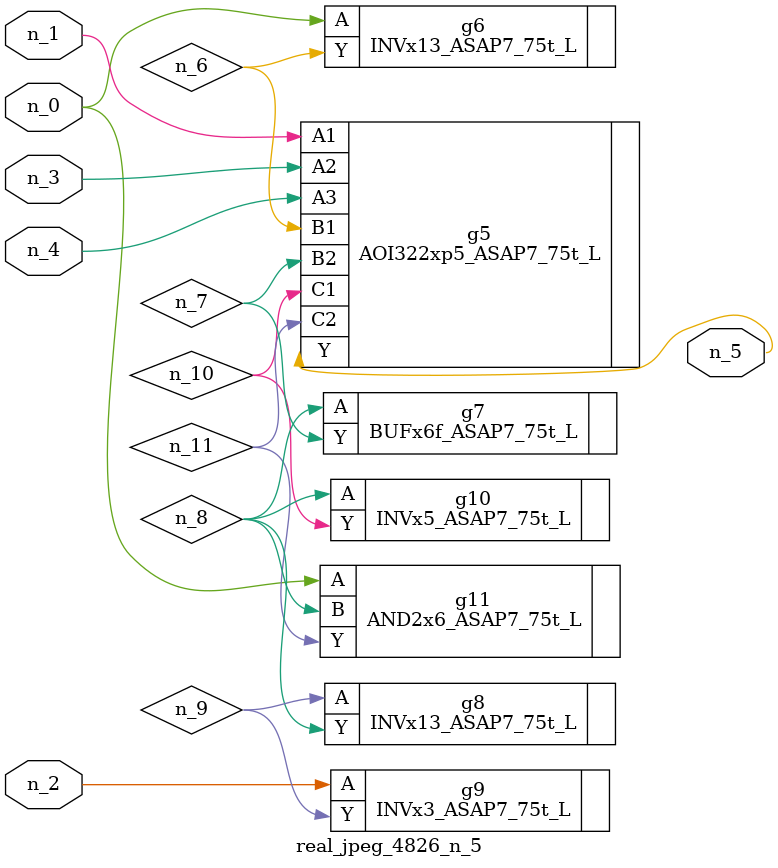
<source format=v>
module real_jpeg_4826_n_5 (n_4, n_0, n_1, n_2, n_3, n_5);

input n_4;
input n_0;
input n_1;
input n_2;
input n_3;

output n_5;

wire n_8;
wire n_11;
wire n_6;
wire n_7;
wire n_10;
wire n_9;

INVx13_ASAP7_75t_L g6 ( 
.A(n_0),
.Y(n_6)
);

AND2x6_ASAP7_75t_L g11 ( 
.A(n_0),
.B(n_8),
.Y(n_11)
);

AOI322xp5_ASAP7_75t_L g5 ( 
.A1(n_1),
.A2(n_3),
.A3(n_4),
.B1(n_6),
.B2(n_7),
.C1(n_10),
.C2(n_11),
.Y(n_5)
);

INVx3_ASAP7_75t_L g9 ( 
.A(n_2),
.Y(n_9)
);

BUFx6f_ASAP7_75t_L g7 ( 
.A(n_8),
.Y(n_7)
);

INVx5_ASAP7_75t_L g10 ( 
.A(n_8),
.Y(n_10)
);

INVx13_ASAP7_75t_L g8 ( 
.A(n_9),
.Y(n_8)
);


endmodule
</source>
